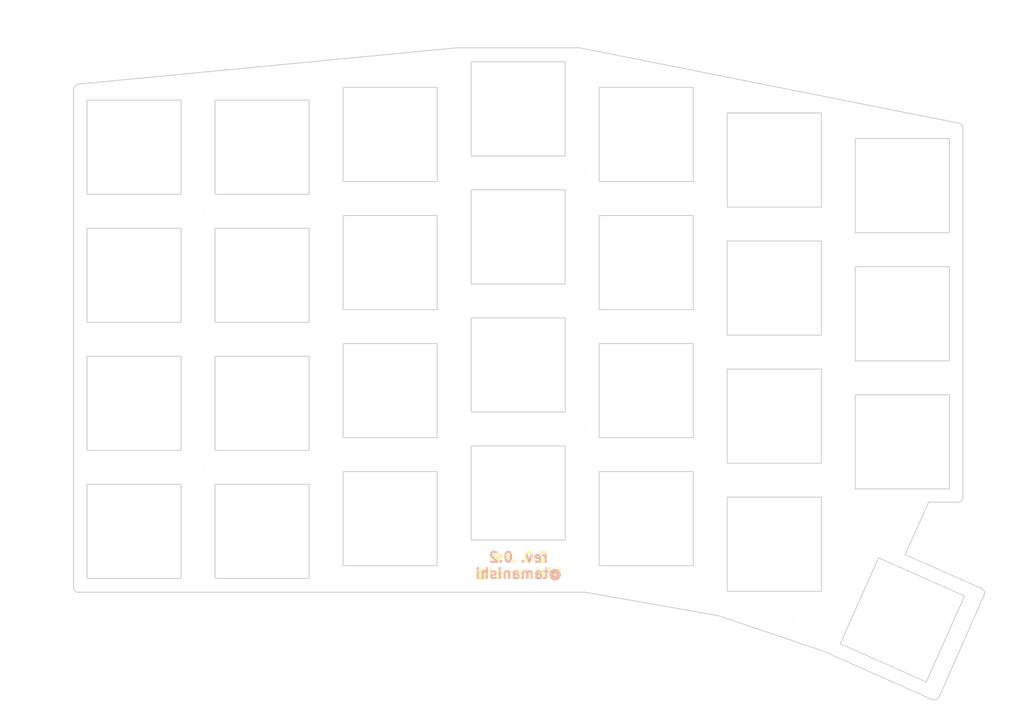
<source format=kicad_pcb>
(kicad_pcb (version 20171130) (host pcbnew 5.0.1-33cea8e~68~ubuntu16.04.1)

  (general
    (thickness 1.6)
    (drawings 135)
    (tracks 0)
    (zones 0)
    (modules 6)
    (nets 2)
  )

  (page A4)
  (title_block
    (title "Pinky PCB Design")
    (date 2018-12-02)
    (rev 0.2)
    (company @tamanishi)
  )

  (layers
    (0 F.Cu signal)
    (31 B.Cu signal)
    (32 B.Adhes user hide)
    (33 F.Adhes user hide)
    (34 B.Paste user hide)
    (35 F.Paste user hide)
    (36 B.SilkS user)
    (37 F.SilkS user)
    (38 B.Mask user hide)
    (39 F.Mask user hide)
    (40 Dwgs.User user)
    (41 Cmts.User user hide)
    (42 Eco1.User user hide)
    (43 Eco2.User user hide)
    (44 Edge.Cuts user)
    (45 Margin user hide)
    (46 B.CrtYd user)
    (47 F.CrtYd user)
    (48 B.Fab user hide)
    (49 F.Fab user hide)
  )

  (setup
    (last_trace_width 0.25)
    (user_trace_width 0.5)
    (trace_clearance 0.2)
    (zone_clearance 0.508)
    (zone_45_only no)
    (trace_min 0.2)
    (segment_width 0.15)
    (edge_width 0.15)
    (via_size 0.6)
    (via_drill 0.4)
    (via_min_size 0.4)
    (via_min_drill 0.3)
    (uvia_size 0.4)
    (uvia_drill 0.3)
    (uvias_allowed no)
    (uvia_min_size 0.4)
    (uvia_min_drill 0.3)
    (pcb_text_width 0.3)
    (pcb_text_size 1.5 1.5)
    (mod_edge_width 0.15)
    (mod_text_size 1 1)
    (mod_text_width 0.15)
    (pad_size 5 5)
    (pad_drill 4.8)
    (pad_to_mask_clearance 0.2)
    (solder_mask_min_width 0.25)
    (aux_axis_origin 41 35.2)
    (visible_elements FFF9A61F)
    (pcbplotparams
      (layerselection 0x010f0_ffffffff)
      (usegerberextensions false)
      (usegerberattributes false)
      (usegerberadvancedattributes false)
      (creategerberjobfile false)
      (excludeedgelayer true)
      (linewidth 0.100000)
      (plotframeref false)
      (viasonmask false)
      (mode 1)
      (useauxorigin false)
      (hpglpennumber 1)
      (hpglpenspeed 20)
      (hpglpendiameter 15.000000)
      (psnegative false)
      (psa4output false)
      (plotreference true)
      (plotvalue true)
      (plotinvisibletext false)
      (padsonsilk false)
      (subtractmaskfromsilk false)
      (outputformat 1)
      (mirror false)
      (drillshape 0)
      (scaleselection 1)
      (outputdirectory "Gerber/"))
  )

  (net 0 "")
  (net 1 GND)

  (net_class Default "This is the default net class."
    (clearance 0.2)
    (trace_width 0.25)
    (via_dia 0.6)
    (via_drill 0.4)
    (uvia_dia 0.4)
    (uvia_drill 0.3)
  )

  (module kbd:HOLE_M2 (layer F.Cu) (tedit 59FDD40D) (tstamp 5C0A86C7)
    (at 149 120.3)
    (fp_text reference Ref** (at 0 -2) (layer F.SilkS) hide
      (effects (font (size 0.29972 0.29972) (thickness 0.07493)))
    )
    (fp_text value Val** (at 0 1.75) (layer F.SilkS) hide
      (effects (font (size 0.29972 0.29972) (thickness 0.0762)))
    )
    (pad "" np_thru_hole circle (at 0 0) (size 2.2 2.2) (drill 2.2) (layers *.Cu *.Mask F.SilkS)
      (clearance 0.85))
  )

  (module kbd:HOLE_M2 (layer F.Cu) (tedit 59FDD40D) (tstamp 5BDF2E30)
    (at 154.1 80.5)
    (fp_text reference Ref** (at 0 -2) (layer F.SilkS) hide
      (effects (font (size 0.29972 0.29972) (thickness 0.07493)))
    )
    (fp_text value Val** (at 0 1.75) (layer F.SilkS) hide
      (effects (font (size 0.29972 0.29972) (thickness 0.0762)))
    )
    (pad "" np_thru_hole circle (at 0 0) (size 2.2 2.2) (drill 2.2) (layers *.Cu *.Mask F.SilkS)
      (clearance 0.85))
  )

  (module kbd:HOLE_M2 (layer F.Cu) (tedit 59FDD40D) (tstamp 5BDF1C89)
    (at 59.5 97.6)
    (fp_text reference Ref** (at 0 -2) (layer F.SilkS) hide
      (effects (font (size 0.29972 0.29972) (thickness 0.07493)))
    )
    (fp_text value Val** (at 0 1.75) (layer F.SilkS) hide
      (effects (font (size 0.29972 0.29972) (thickness 0.0762)))
    )
    (pad "" np_thru_hole circle (at 0 0) (size 2.2 2.2) (drill 2.2) (layers *.Cu *.Mask F.SilkS)
      (clearance 0.85))
  )

  (module kbd:HOLE_M2 (layer F.Cu) (tedit 59FDD40D) (tstamp 5BDF1C99)
    (at 116 91.9)
    (fp_text reference Ref** (at 0 -2) (layer F.SilkS) hide
      (effects (font (size 0.29972 0.29972) (thickness 0.07493)))
    )
    (fp_text value Val** (at 0 1.75) (layer F.SilkS) hide
      (effects (font (size 0.29972 0.29972) (thickness 0.0762)))
    )
    (pad "" np_thru_hole circle (at 0 0) (size 2.2 2.2) (drill 2.2) (layers *.Cu *.Mask F.SilkS)
      (clearance 0.85))
  )

  (module kbd:HOLE_M2 (layer F.Cu) (tedit 59FDD40D) (tstamp 5BDED7EA)
    (at 116 53.8)
    (fp_text reference Ref** (at 0 -2) (layer F.SilkS) hide
      (effects (font (size 0.29972 0.29972) (thickness 0.07493)))
    )
    (fp_text value Val** (at 0 1.75) (layer F.SilkS) hide
      (effects (font (size 0.29972 0.29972) (thickness 0.0762)))
    )
    (pad "" np_thru_hole circle (at 0 0) (size 2.2 2.2) (drill 2.2) (layers *.Cu *.Mask F.SilkS)
      (clearance 0.85))
  )

  (module kbd:HOLE_M2 (layer F.Cu) (tedit 59FDD40D) (tstamp 5C0DEB5F)
    (at 59.5 59.5)
    (fp_text reference HOLE_M2 (at 0 -2) (layer F.SilkS) hide
      (effects (font (size 0.29972 0.29972) (thickness 0.07493)))
    )
    (fp_text value VAL** (at 0 1.75) (layer F.SilkS) hide
      (effects (font (size 0.29972 0.29972) (thickness 0.0762)))
    )
    (pad "" np_thru_hole circle (at 0 0) (size 2.2 2.2) (drill 2.2) (layers *.Cu *.Mask F.SilkS)
      (clearance 0.85))
  )

  (gr_text "rev. 0.2\n@tamanishi" (at 107.2 112.2) (layer B.SilkS) (tstamp 5C0DEC9D)
    (effects (font (size 1.5 1.5) (thickness 0.3)) (justify mirror))
  )
  (gr_text "rev. 0.2\n@tamanishi" (at 107.2 112.2) (layer F.SilkS)
    (effects (font (size 1.5 1.5) (thickness 0.3)))
  )
  (gr_line (start 137 119.7) (end 117.2 116.2) (layer Edge.Cuts) (width 0.15))
  (gr_line (start 152.4 124.9) (end 137 119.7) (layer Edge.Cuts) (width 0.15))
  (gr_line (start 152.4 124.9) (end 168.6 132.1) (layer Edge.Cuts) (width 0.15))
  (gr_line (start 171.3 86.815) (end 171.3 100.815) (layer Edge.Cuts) (width 0.15) (tstamp 5C0AF31E))
  (gr_line (start 157.3 86.815) (end 157.3 100.815) (layer Edge.Cuts) (width 0.15))
  (gr_arc (start 175.8 116.3) (end 176.5 116.5) (angle -82.74675372) (layer Edge.Cuts) (width 0.15) (tstamp 5BF131DF))
  (gr_line (start 43 100.15) (end 43 114.15) (layer Edge.Cuts) (width 0.15) (tstamp 5BFA0244))
  (gr_line (start 81.1 41.095) (end 95.1 41.095) (layer Edge.Cuts) (width 0.15) (tstamp 5BF86B21))
  (gr_line (start 57 43) (end 57 57) (layer Edge.Cuts) (width 0.15))
  (dimension 139.1 (width 0.3) (layer Dwgs.User)
    (gr_text "139.100 mm" (at 110.55 29.2) (layer Dwgs.User)
      (effects (font (size 1.5 1.5) (thickness 0.3)))
    )
    (feature1 (pts (xy 180.1 35.2) (xy 180.1 30.713579)))
    (feature2 (pts (xy 41 35.2) (xy 41 30.713579)))
    (crossbar (pts (xy 41 31.3) (xy 180.1 31.3)))
    (arrow1a (pts (xy 180.1 31.3) (xy 178.973496 31.886421)))
    (arrow1b (pts (xy 180.1 31.3) (xy 178.973496 30.713579)))
    (arrow2a (pts (xy 41 31.3) (xy 42.126504 31.886421)))
    (arrow2b (pts (xy 41 31.3) (xy 42.126504 30.713579)))
  )
  (dimension 97.1 (width 0.3) (layer Dwgs.User)
    (gr_text "97.100 mm" (at 35.6 83.75 270) (layer Dwgs.User)
      (effects (font (size 1.5 1.5) (thickness 0.3)))
    )
    (feature1 (pts (xy 40.962414 132.3) (xy 37.113579 132.3)))
    (feature2 (pts (xy 40.962414 35.2) (xy 37.113579 35.2)))
    (crossbar (pts (xy 37.7 35.2) (xy 37.7 132.3)))
    (arrow1a (pts (xy 37.7 132.3) (xy 37.113579 131.173496)))
    (arrow1b (pts (xy 37.7 132.3) (xy 38.286421 131.173496)))
    (arrow2a (pts (xy 37.7 35.2) (xy 37.113579 36.326504)))
    (arrow2b (pts (xy 37.7 35.2) (xy 38.286421 36.326504)))
  )
  (gr_arc (start 172.6 102.1) (end 172.6 102.8) (angle -90) (layer Edge.Cuts) (width 0.15))
  (gr_line (start 168.2 102.8) (end 172.6 102.8) (layer Edge.Cuts) (width 0.15))
  (gr_line (start 164.7 110.6) (end 168.2 102.8) (layer Edge.Cuts) (width 0.15))
  (gr_line (start 119.2 41.095) (end 133.2 41.095) (layer Edge.Cuts) (width 0.15) (tstamp 5BF1332A))
  (gr_arc (start 168.999999 131.300001) (end 168.6 132.1) (angle -90) (layer Edge.Cuts) (width 0.15))
  (gr_line (start 41.7 116.2) (end 117.2 116.2) (layer Edge.Cuts) (width 0.15))
  (gr_line (start 41.8 40.6) (end 98.1 35.2) (layer Edge.Cuts) (width 0.15) (tstamp 5BF131E6))
  (gr_line (start 98.1 35.2) (end 116.2 35.2) (layer Edge.Cuts) (width 0.15) (tstamp 5BF131E5))
  (gr_line (start 116.2 35.2) (end 172.6 46.4) (layer Edge.Cuts) (width 0.15) (tstamp 5BF131E4))
  (gr_line (start 173.3 47.1) (end 173.3 102.1) (layer Edge.Cuts) (width 0.15) (tstamp 5BF131E3))
  (gr_line (start 169.799998 131.7) (end 176.5 116.5) (layer Edge.Cuts) (width 0.15) (tstamp 5BF131E2))
  (gr_line (start 176.086778 115.630853) (end 164.7 110.6) (layer Edge.Cuts) (width 0.15) (tstamp 5BF131E1))
  (gr_arc (start 41.7 115.5) (end 41 115.5) (angle -90) (layer Edge.Cuts) (width 0.15) (tstamp 5BF131E0))
  (gr_arc (start 172.499302 47.199912) (end 173.299302 47.099912) (angle -75.7) (layer Edge.Cuts) (width 0.15) (tstamp 5BF131DE))
  (gr_arc (start 41.999999 41.599999) (end 41.8 40.6) (angle -69.2) (layer Edge.Cuts) (width 0.15) (tstamp 5BF131DD))
  (gr_line (start 41 115.5) (end 41 41.4) (layer Edge.Cuts) (width 0.15) (tstamp 5BF131DC))
  (gr_line (start 57 62.05) (end 57 76.05) (layer Edge.Cuts) (width 0.15))
  (gr_line (start 57 100.15) (end 57 114.15) (layer Edge.Cuts) (width 0.15))
  (gr_line (start 62.05 100.15) (end 76.05 100.15) (layer Edge.Cuts) (width 0.15))
  (gr_line (start 43 100.15) (end 57 100.15) (layer Edge.Cuts) (width 0.15))
  (gr_line (start 62.05 100.15) (end 62.05 114.15) (layer Edge.Cuts) (width 0.15))
  (gr_line (start 43 81.1) (end 57 81.1) (layer Edge.Cuts) (width 0.15))
  (gr_line (start 43 57) (end 57 57) (layer Edge.Cuts) (width 0.15))
  (gr_line (start 62.05 43) (end 76.05 43) (layer Edge.Cuts) (width 0.15))
  (gr_line (start 43 43) (end 43 57) (layer Edge.Cuts) (width 0.15))
  (gr_line (start 76.05 100.15) (end 76.05 114.15) (layer Edge.Cuts) (width 0.15))
  (gr_line (start 100.15 94.435) (end 100.15 108.435) (layer Edge.Cuts) (width 0.15))
  (gr_line (start 95.1 112.245) (end 81.1 112.245) (layer Edge.Cuts) (width 0.15))
  (gr_line (start 119.2 55.095) (end 133.2 55.095) (layer Edge.Cuts) (width 0.15))
  (gr_line (start 133.2 41.095) (end 133.2 55.095) (layer Edge.Cuts) (width 0.15))
  (gr_line (start 100.15 108.435) (end 114.15 108.435) (layer Edge.Cuts) (width 0.15))
  (gr_line (start 100.15 89.385) (end 114.15 89.385) (layer Edge.Cuts) (width 0.15))
  (gr_line (start 114.15 75.385) (end 114.15 89.385) (layer Edge.Cuts) (width 0.15))
  (gr_line (start 81.1 98.245) (end 95.1 98.245) (layer Edge.Cuts) (width 0.15))
  (gr_line (start 157.3 81.765) (end 171.3 81.765) (layer Edge.Cuts) (width 0.15))
  (gr_line (start 171.3 67.765) (end 171.3 81.765) (layer Edge.Cuts) (width 0.15))
  (gr_line (start 133.2 98.245) (end 133.2 112.245) (layer Edge.Cuts) (width 0.15))
  (gr_line (start 100.15 56.335) (end 114.15 56.335) (layer Edge.Cuts) (width 0.15))
  (gr_line (start 119.2 60.145) (end 119.2 74.145) (layer Edge.Cuts) (width 0.15))
  (gr_line (start 81.1 98.245) (end 81.1 112.245) (layer Edge.Cuts) (width 0.15))
  (gr_line (start 100.15 51.285) (end 114.15 51.285) (layer Edge.Cuts) (width 0.15))
  (gr_line (start 114.15 37.285) (end 114.15 51.285) (layer Edge.Cuts) (width 0.15))
  (gr_line (start 81.1 60.145) (end 95.1 60.145) (layer Edge.Cuts) (width 0.15))
  (gr_line (start 62.05 76.05) (end 62.05 62.05) (layer Edge.Cuts) (width 0.15))
  (gr_line (start 62.05 95.1) (end 76.05 95.1) (layer Edge.Cuts) (width 0.15))
  (gr_line (start 76.05 81.1) (end 76.05 95.1) (layer Edge.Cuts) (width 0.15))
  (gr_line (start 43 114.15) (end 57 114.15) (layer Edge.Cuts) (width 0.15))
  (gr_line (start 138.25 83.005) (end 138.25 97.005) (layer Edge.Cuts) (width 0.15))
  (gr_line (start 95.1 74.145) (end 81.1 74.145) (layer Edge.Cuts) (width 0.15))
  (gr_line (start 95.1 60.145) (end 95.1 74.145) (layer Edge.Cuts) (width 0.15))
  (gr_line (start 138.25 77.955) (end 152.25 77.955) (layer Edge.Cuts) (width 0.15))
  (gr_line (start 152.25 63.955) (end 152.25 77.955) (layer Edge.Cuts) (width 0.15))
  (gr_line (start 157.3 62.715) (end 171.3 62.715) (layer Edge.Cuts) (width 0.15))
  (gr_line (start 171.3 48.715) (end 171.3 62.715) (layer Edge.Cuts) (width 0.15))
  (gr_line (start 119.2 112.245) (end 133.2 112.245) (layer Edge.Cuts) (width 0.15))
  (gr_line (start 100.15 94.435) (end 114.15 94.435) (layer Edge.Cuts) (width 0.15))
  (gr_line (start 114.15 94.435) (end 114.15 108.435) (layer Edge.Cuts) (width 0.15))
  (gr_line (start 157.3 86.815) (end 171.3 86.815) (layer Edge.Cuts) (width 0.15))
  (gr_line (start 119.2 60.145) (end 133.2 60.145) (layer Edge.Cuts) (width 0.15))
  (gr_line (start 81.1 60.145) (end 81.1 74.145) (layer Edge.Cuts) (width 0.15))
  (gr_line (start 43 76.05) (end 57 76.05) (layer Edge.Cuts) (width 0.15))
  (gr_line (start 62.05 76.05) (end 76.05 76.05) (layer Edge.Cuts) (width 0.15))
  (gr_line (start 76.05 62.05) (end 76.05 76.05) (layer Edge.Cuts) (width 0.15))
  (gr_line (start 119.2 79.195) (end 133.2 79.195) (layer Edge.Cuts) (width 0.15))
  (gr_line (start 81.1 79.195) (end 81.1 93.195) (layer Edge.Cuts) (width 0.15))
  (gr_line (start 81.1 79.195) (end 95.1 79.195) (layer Edge.Cuts) (width 0.15))
  (gr_line (start 62.05 81.1) (end 62.05 95.1) (layer Edge.Cuts) (width 0.15))
  (gr_line (start 100.15 70.335) (end 114.15 70.335) (layer Edge.Cuts) (width 0.15))
  (gr_line (start 114.15 56.335) (end 114.15 70.335) (layer Edge.Cuts) (width 0.15))
  (gr_line (start 81.1 55.095) (end 95.1 55.095) (layer Edge.Cuts) (width 0.15))
  (gr_line (start 95.1 41.095) (end 95.1 55.095) (layer Edge.Cuts) (width 0.15))
  (gr_line (start 95.1 98.245) (end 95.1 112.245) (layer Edge.Cuts) (width 0.15))
  (gr_line (start 138.25 63.955) (end 152.25 63.955) (layer Edge.Cuts) (width 0.15))
  (gr_line (start 157.3 67.765) (end 157.3 81.765) (layer Edge.Cuts) (width 0.15))
  (gr_line (start 100.15 37.285) (end 100.15 51.285) (layer Edge.Cuts) (width 0.15))
  (gr_line (start 119.2 98.245) (end 119.2 112.245) (layer Edge.Cuts) (width 0.15))
  (gr_line (start 152.25 83.005) (end 152.25 97.005) (layer Edge.Cuts) (width 0.15))
  (gr_line (start 43 43) (end 57 43) (layer Edge.Cuts) (width 0.15))
  (gr_line (start 138.25 44.905) (end 138.25 58.905) (layer Edge.Cuts) (width 0.15))
  (gr_line (start 62.05 57) (end 76.05 57) (layer Edge.Cuts) (width 0.15))
  (gr_line (start 76.05 43) (end 76.05 57) (layer Edge.Cuts) (width 0.15))
  (gr_line (start 119.2 74.145) (end 133.2 74.145) (layer Edge.Cuts) (width 0.15))
  (gr_line (start 133.2 60.145) (end 133.2 74.145) (layer Edge.Cuts) (width 0.15))
  (gr_line (start 43 62.05) (end 57 62.05) (layer Edge.Cuts) (width 0.15))
  (gr_line (start 138.25 63.955) (end 138.25 77.955) (layer Edge.Cuts) (width 0.15))
  (gr_line (start 138.25 116.055) (end 152.25 116.055) (layer Edge.Cuts) (width 0.15))
  (gr_line (start 157.3 67.765) (end 171.3 67.765) (layer Edge.Cuts) (width 0.15))
  (gr_line (start 100.15 75.385) (end 100.15 89.385) (layer Edge.Cuts) (width 0.15))
  (gr_line (start 138.25 83.005) (end 152.25 83.005) (layer Edge.Cuts) (width 0.15))
  (gr_line (start 57 95.1) (end 43 95.1) (layer Edge.Cuts) (width 0.15))
  (gr_line (start 119.2 98.245) (end 133.2 98.245) (layer Edge.Cuts) (width 0.15))
  (gr_line (start 173.54 116.75) (end 160.75 111.06) (layer Edge.Cuts) (width 0.15))
  (gr_line (start 138.25 102.055) (end 152.25 102.055) (layer Edge.Cuts) (width 0.15))
  (gr_line (start 157.3 48.715) (end 171.3 48.715) (layer Edge.Cuts) (width 0.15))
  (gr_line (start 100.15 56.335) (end 100.15 70.335) (layer Edge.Cuts) (width 0.15))
  (gr_line (start 119.2 41.095) (end 119.2 55.095) (layer Edge.Cuts) (width 0.15))
  (gr_line (start 62.05 43) (end 62.05 57) (layer Edge.Cuts) (width 0.15))
  (gr_line (start 57 81.1) (end 57 95.1) (layer Edge.Cuts) (width 0.15))
  (gr_line (start 62.05 81.1) (end 76.05 81.1) (layer Edge.Cuts) (width 0.15))
  (gr_line (start 43 81.1) (end 43 95.1) (layer Edge.Cuts) (width 0.15))
  (gr_line (start 138.25 102.055) (end 138.25 116.055) (layer Edge.Cuts) (width 0.15))
  (gr_line (start 81.1 93.195) (end 95.1 93.195) (layer Edge.Cuts) (width 0.15))
  (gr_line (start 95.1 79.195) (end 95.1 93.195) (layer Edge.Cuts) (width 0.15))
  (gr_line (start 119.2 93.195) (end 133.2 93.195) (layer Edge.Cuts) (width 0.15))
  (gr_line (start 133.2 79.195) (end 133.2 93.195) (layer Edge.Cuts) (width 0.15))
  (gr_line (start 157.3 100.815) (end 171.3 100.815) (layer Edge.Cuts) (width 0.15))
  (gr_line (start 160.75 111.06) (end 155.06 123.85) (layer Edge.Cuts) (width 0.15))
  (gr_line (start 100.15 37.285) (end 114.15 37.285) (layer Edge.Cuts) (width 0.15))
  (gr_line (start 81.1 41.095) (end 81.1 55.095) (layer Edge.Cuts) (width 0.15))
  (gr_line (start 100.15 75.385) (end 114.15 75.385) (layer Edge.Cuts) (width 0.15))
  (gr_line (start 119.2 79.195) (end 119.2 93.195) (layer Edge.Cuts) (width 0.15))
  (gr_line (start 138.25 58.905) (end 152.25 58.905) (layer Edge.Cuts) (width 0.15))
  (gr_line (start 152.25 44.905) (end 152.25 58.905) (layer Edge.Cuts) (width 0.15))
  (gr_line (start 62.05 114.15) (end 76.05 114.15) (layer Edge.Cuts) (width 0.15))
  (gr_line (start 138.25 44.905) (end 152.25 44.905) (layer Edge.Cuts) (width 0.15))
  (gr_line (start 157.3 48.715) (end 157.3 62.715) (layer Edge.Cuts) (width 0.15))
  (gr_line (start 167.85 129.54) (end 173.54 116.76) (layer Edge.Cuts) (width 0.15))
  (gr_line (start 152.25 102.055) (end 152.25 116.055) (layer Edge.Cuts) (width 0.15))
  (gr_line (start 138.25 97.005) (end 152.25 97.005) (layer Edge.Cuts) (width 0.15))
  (gr_line (start 62.05 62.05) (end 76.05 62.05) (layer Edge.Cuts) (width 0.15))
  (gr_line (start 43 62.05) (end 43 76.05) (layer Edge.Cuts) (width 0.15))
  (gr_line (start 155.06 123.85) (end 167.85 129.54) (layer Edge.Cuts) (width 0.15))

  (zone (net 1) (net_name GND) (layer F.Cu) (tstamp 0) (hatch edge 0.508)
    (connect_pads (clearance 0.508))
    (min_thickness 0.254)
    (fill yes (arc_segments 16) (thermal_gap 0.508) (thermal_bridge_width 0.508))
    (polygon
      (pts
        (xy 40.2 34.3) (xy 182.4 34.5) (xy 182.4 136.1) (xy 39.9 119.3)
      )
    )
  )
  (zone (net 1) (net_name GND) (layer B.Cu) (tstamp 0) (hatch edge 0.508)
    (connect_pads (clearance 0.508))
    (min_thickness 0.254)
    (fill yes (arc_segments 16) (thermal_gap 0.508) (thermal_bridge_width 0.508))
    (polygon
      (pts
        (xy 40.2 34.3) (xy 182.4 34.5) (xy 182.4 136.1) (xy 39.9 119.3)
      )
    )
  )
)

</source>
